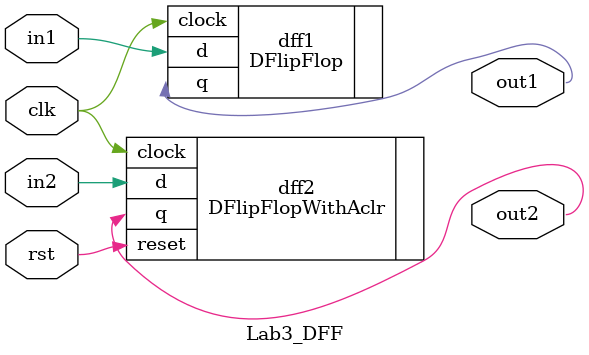
<source format=v>
module Lab3_DFF (


input clk,
input rst,
input in1,
input in2,
output out1,
output out2

);


DFlipFlop dff1 (
.clock (clk),
  .d (in1),
 .q (out1)
 );

 
 DFlipFlopWithAclr dff2 (
    .clock (clk),
     .reset (rst),
     .d (in2),
     .q (out2)
 );
 endmodule 
</source>
